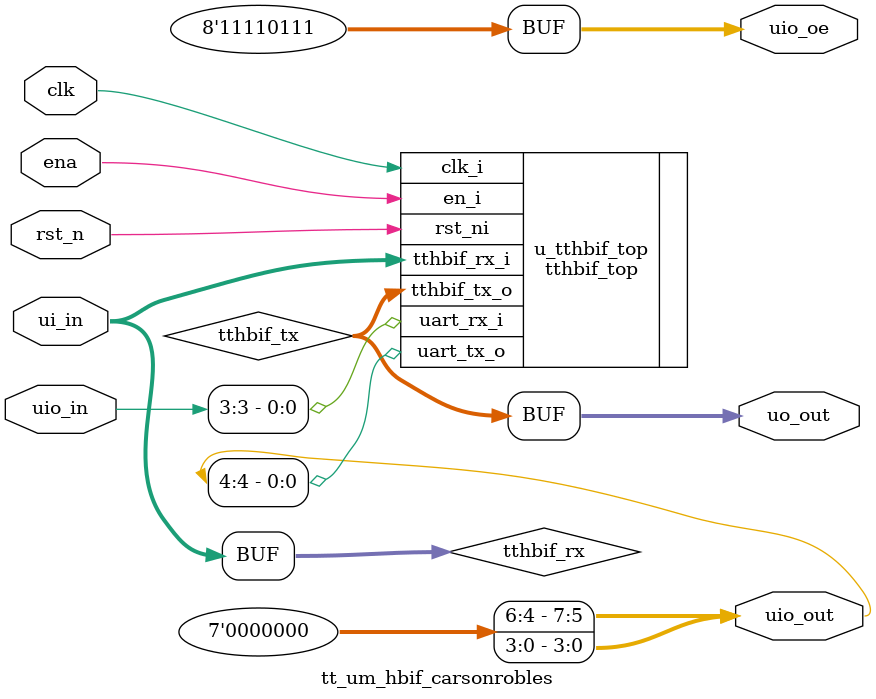
<source format=sv>
/*
 * Copyright (c) 2026 Carson Robles
 * SPDX-License-Identifier: Apache-2.0
 */

`default_nettype none

module tt_um_hbif_carsonrobles (
    input  wire [7:0] ui_in,    // Dedicated inputs
    output wire [7:0] uo_out,   // Dedicated outputs
    input  wire [7:0] uio_in,   // IOs: Input path
    output wire [7:0] uio_out,  // IOs: Output path
    output wire [7:0] uio_oe,   // IOs: Enable path (active high: 0=input, 1=output)
    input  wire       ena,      // always 1 when the design is powered, so you can ignore it
    input  wire       clk,      // clock
    input  wire       rst_n     // reset_n - low to reset
);

  localparam int NUM_LANES = 8;

  wire [NUM_LANES-1:0] tthbif_rx;
  wire [NUM_LANES-1:0] tthbif_tx;

  assign tthbif_rx             = ui_in[NUM_LANES-1:0];
  assign uo_out[NUM_LANES-1:0] = tthbif_tx;

  tthbif_top #(
    .NUM_LANES ( NUM_LANES )
  ) u_tthbif_top (
    .clk_i       ( clk        ),
    .rst_ni      ( rst_n      ),

    .en_i        ( ena        ),

    .uart_rx_i   ( uio_in[3]  ),
    .uart_tx_o   ( uio_out[4] ),

    .tthbif_rx_i ( tthbif_rx  ),
    .tthbif_tx_o ( tthbif_tx  )
  );

  assign uio_oe[0] = 1'b1;
  assign uio_oe[1] = 1'b1;
  assign uio_oe[2] = 1'b1;
  assign uio_oe[3] = 1'b0;
  assign uio_oe[4] = 1'b1;
  assign uio_oe[5] = 1'b1;
  assign uio_oe[6] = 1'b1;
  assign uio_oe[7] = 1'b1;

  assign uio_out[0] = 1'b0;
  assign uio_out[1] = 1'b0;
  assign uio_out[2] = 1'b0;
  assign uio_out[3] = 1'b0;
  assign uio_out[5] = 1'b0;
  assign uio_out[6] = 1'b0;
  assign uio_out[7] = 1'b0;

  wire _unused = ^{
    uio_in[0],
    uio_in[1],
    uio_in[2],
    uio_in[4],
    uio_in[5],
    uio_in[6],
    uio_in[7]
  };

endmodule

</source>
